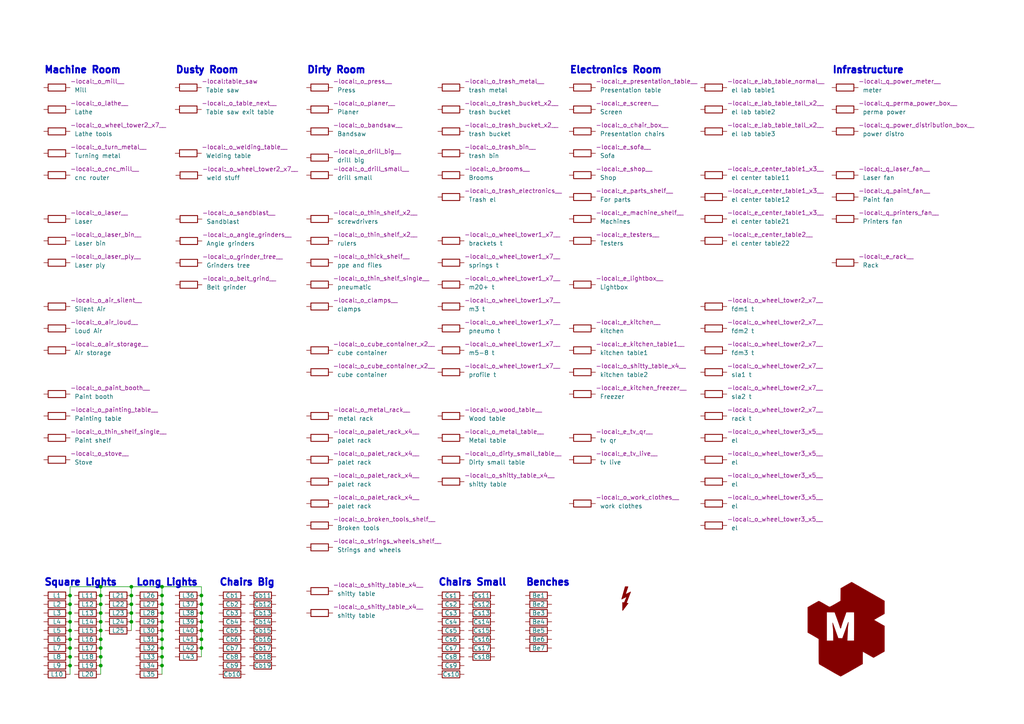
<source format=kicad_sch>
(kicad_sch (version 20211123) (generator eeschema)
  (paper "A4")
  (title_block (title "main") (date "2024-02-16") (rev "5.0") (company "makerspace.lt"))
  (lib_symbols
    (symbol "-local:LOGO_KMS" (pin_names (offset 1.016))
      (symbol "LOGO_KMS_0_0"
        (polyline (pts (xy 0.0117 -14.5438) (xy 0.1815 -14.4596) (xy 0.4733 -14.3044) (xy 0.8715 -14.0867) (xy 1.3602 -13.8153) (xy 1.924 -13.4987) (xy 2.5471 -13.1457) (xy 3.2139 -12.765) (xy 6.35 -10.9673) (xy 6.35 -9.1666) (xy 6.3501 -8.9706) (xy 6.3525 -8.4585) (xy 6.3574 -8.0174) (xy 6.3642 -7.6719) (xy 6.3725 -7.4466) (xy 6.382 -7.366) (xy 6.3931 -7.3705) (xy 6.5163 -7.4356) (xy 6.7572 -7.5687) (xy 7.0937 -7.7574) (xy 7.504 -7.9893) (xy 7.966 -8.2524) (xy 9.518 -9.1387) (xy 9.8784 -8.9373) (xy 9.9805 -8.8799) (xy 10.249 -8.728) (xy 10.6096 -8.5232) (xy 11.0278 -8.2852) (xy 11.4694 -8.0335) (xy 12.7 -7.331) (xy 12.7 0.0494) (xy 11.176 0.9196) (xy 11.0418 0.9963) (xy 10.5993 1.2512) (xy 10.2174 1.4738) (xy 9.9177 1.6515) (xy 9.722 1.7712) (xy 9.652 1.8203) (xy 9.6578 1.8264) (xy 9.7659 1.8969) (xy 9.9934 2.0344) (xy 10.3187 2.2262) (xy 10.7201 2.4593) (xy 11.176 2.721) (xy 12.7 3.5912) (xy 12.7 7.3263) (xy 8.3185 9.8382) (xy 7.6069 10.2461) (xy 6.8355 10.688) (xy 6.1113 11.1028) (xy 5.4483 11.4824) (xy 4.8609 11.8184) (xy 4.3634 12.1028) (xy 3.9699 12.3275) (xy 3.6948 12.4842) (xy 3.5523 12.5649) (xy 3.1677 12.7795) (xy 1.5789 11.8716) (xy -0.0098 10.9637) (xy -0.0424 7.3239) (xy -1.6087 6.4227) (xy -1.8975 6.2571) (xy -2.3649 5.9936) (xy -2.7164 5.8043) (xy -2.9709 5.68) (xy -3.1477 5.612) (xy -3.2658 5.5912) (xy -3.3444 5.6086) (xy -3.4618 5.6732) (xy -3.7025 5.8093) (xy -4.0377 6.0007) (xy -4.4409 6.2321) (xy -4.8855 6.4885) (xy -5.3221 6.7382) (xy -5.7113 6.9558) (xy -6.0282 7.1278) (xy -6.2482 7.2407) (xy -6.3467 7.2813) (xy -6.3645 7.2764) (xy -6.5062 7.2095) (xy -6.7636 7.0739) (xy -7.1139 6.8821) (xy -7.5342 6.6465) (xy -8.0018 6.3795) (xy -9.5674 5.4776) (xy -9.5674 4.0688) (xy -4.064 4.0688) (xy -1.7516 4.0216) (xy -1.1718 2.4553) (xy -1 1.9865) (xy -0.7964 1.4201) (xy -0.6059 0.8796) (xy -0.4442 0.409) (xy -0.3266 0.0527) (xy -0.2179 -0.2807) (xy -0.1159 -0.5429) (xy -0.0353 -0.6449) (xy 0.0378 -0.5883) (xy 0.1173 -0.3745) (xy 0.217 -0.005) (xy 0.2461 0.1011) (xy 0.3452 0.4246) (xy 0.4827 0.8444) (xy 0.6445 1.3178) (xy 0.8165 1.8022) (xy 0.8988 2.0297) (xy 1.0719 2.5096) (xy 1.232 2.9552) (xy 1.3642 3.325) (xy 1.4536 3.5771) (xy 1.6242 4.064) (xy 3.88 4.064) (xy 3.9085 3.0691) (xy 3.9135 2.811) (xy 3.9177 2.3699) (xy 3.9198 1.8095) (xy 3.9199 1.1571) (xy 3.9179 0.44) (xy 3.9139 -0.3146) (xy 3.908 -1.0795) (xy 3.879 -4.2334) (xy 1.9224 -4.2334) (xy 1.9748 -2.4342) (xy 1.9947 -1.8396) (xy 2.0364 -0.9704) (xy 2.0906 -0.2293) (xy 2.1593 0.4093) (xy 2.2446 0.971) (xy 2.262 1.0904) (xy 2.2529 1.171) (xy 2.1976 1.1001) (xy 2.0991 0.8842) (xy 1.9605 0.5295) (xy 1.7849 0.0423) (xy 1.7468 -0.0664) (xy 1.5718 -0.5599) (xy 1.3664 -1.1332) (xy 1.1532 -1.7235) (xy 0.9546 -2.2683) (xy 0.4799 -3.5629) (xy -0.1138 -3.5383) (xy -0.7074 -3.5137) (xy -0.9586 -2.8364) (xy -0.9612 -2.8292) (xy -1.0706 -2.529) (xy -1.2213 -2.1084) (xy -1.3998 -1.6058) (xy -1.5924 -1.0595) (xy -1.7856 -0.508) (xy -1.8442 -0.3408) (xy -2.0095 0.1196) (xy -2.1523 0.5018) (xy -2.2647 0.7852) (xy -2.3386 0.9493) (xy -2.3659 0.9736) (xy -2.3657 0.9477) (xy -2.3538 0.7623) (xy -2.3275 0.455) (xy -2.29 0.0619) (xy -2.2445 -0.381) (xy -2.2379 -0.4446) (xy -2.1912 -1.0068) (xy -2.1531 -1.6534) (xy -2.1273 -2.3095) (xy -2.1176 -2.8999) (xy -2.1167 -4.2334) (xy -4.064 -4.2334) (xy -4.064 4.0688) (xy -9.5674 4.0688) (xy -9.5674 -1.8386) (xy -8.1915 -2.6257) (xy -7.7716 -2.8672) (xy -7.3526 -3.111) (xy -6.9963 -3.3211) (xy -6.7308 -3.4809) (xy -6.5844 -3.5738) (xy -6.353 -3.7348) (xy -6.3529 -7.3454) (xy -6.3527 -7.7944) (xy -6.3506 -8.6376) (xy -6.346 -9.3299) (xy -6.3386 -9.8839) (xy -6.3279 -10.3121) (xy -6.3136 -10.6272) (xy -6.2954 -10.8417) (xy -6.2729 -10.9682) (xy -6.2456 -11.0192) (xy -6.2238 -11.0319) (xy -6.0739 -11.1186) (xy -5.8 -11.2769) (xy -5.4182 -11.4974) (xy -4.9445 -11.7709) (xy -4.3949 -12.0881) (xy -3.7856 -12.4397) (xy -3.1327 -12.8164) (xy -2.8568 -12.9754) (xy -2.2209 -13.34) (xy -1.6355 -13.6733) (xy -1.1165 -13.9663) (xy -0.6799 -14.2101) (xy -0.3417 -14.3958) (xy -0.1179 -14.5142) (xy -0.0246 -14.5566) (xy 0.0117 -14.5438)) (stroke (width 0.01)) (fill (type outline)))
      )
    )
    (symbol "Device:R" (pin_numbers hide) (pin_names (offset 0) hide)
      (property "Reference" "R" (at 2.032 0 90))
      (property "Value" "R" (at 0 0 90))
      (symbol "R_0_1"
        (rectangle (start -1.016 -2.54) (end 1.016 2.54) (stroke (width 0.254)))
      )
      (symbol "R_1_1"
        (pin passive line (at 0 3.81 270) (length 1.27) (name "~") (number "1"))
        (pin passive line (at 0 -3.81 90) (length 1.27) (name "~") (number "2"))
      )
    )
    (symbol "Graphic:SYM_Flash_Small" (pin_numbers hide) (pin_names (offset 1.016) hide)
      (symbol "SYM_Flash_Small_0_1"
        (polyline (pts (xy 0.508 -1.016) (xy -1.016 -0.762) (xy -1.016 -3.048) (xy 0.508 -1.016)) (stroke (width 0.2032)) (fill (type outline)))
        (polyline (pts (xy -0.254 3.81) (xy 0.508 3.81) (xy -0.254 1.524) (xy 1.27 2.286) (xy 0 -1.016) (xy -0.508 -0.762) (xy 0.254 1.016) (xy -1.27 0.254) (xy -0.254 3.81)) (stroke (width 0.2032)) (fill (type outline)))
      )
    )
  )
  (junction (at 58.42 180.34))
  (junction (at 46.99 182.88))
  (junction (at 46.99 177.8))
  (junction (at 58.42 182.88))
  (junction (at 58.42 187.96))
  (junction (at 20.32 177.8))
  (junction (at 46.99 185.42))
  (junction (at 46.99 175.26))
  (junction (at 58.42 172.72))
  (junction (at 20.32 185.42))
  (junction (at 29.21 180.34))
  (junction (at 46.99 180.34))
  (junction (at 20.32 187.96))
  (junction (at 58.42 185.42))
  (junction (at 20.32 182.88))
  (junction (at 46.99 187.96))
  (junction (at 46.99 172.72))
  (junction (at 46.99 193.04))
  (junction (at 29.21 177.8))
  (junction (at 20.32 175.26))
  (junction (at 29.21 187.96))
  (junction (at 29.21 170.18))
  (junction (at 29.21 172.72))
  (junction (at 46.99 190.5))
  (junction (at 38.1 175.26))
  (junction (at 29.21 185.42))
  (junction (at 20.32 172.72))
  (junction (at 38.1 177.8))
  (junction (at 20.32 190.5))
  (junction (at 29.21 193.04))
  (junction (at 20.32 193.04))
  (junction (at 38.1 180.34))
  (junction (at 20.32 180.34))
  (junction (at 29.21 182.88))
  (junction (at 29.21 175.26))
  (junction (at 58.42 175.26))
  (junction (at 29.21 190.5))
  (junction (at 58.42 177.8))
  (junction (at 38.1 170.18))
  (junction (at 46.99 170.18))
  (junction (at 38.1 172.72))
  (wire (pts (xy 58.42 187.96) (xy 58.42 190.5)))
  (wire (pts (xy 46.99 172.72) (xy 46.99 175.26)))
  (wire (pts (xy 38.1 180.34) (xy 38.1 182.88)))
  (wire (pts (xy 46.99 185.42) (xy 46.99 187.96)))
  (wire (pts (xy 29.21 185.42) (xy 29.21 187.96)))
  (wire (pts (xy 58.42 185.42) (xy 58.42 187.96)))
  (wire (pts (xy 29.21 180.34) (xy 29.21 182.88)))
  (wire (pts (xy 38.1 172.72) (xy 38.1 175.26)))
  (wire (pts (xy 20.32 175.26) (xy 20.32 177.8)))
  (wire (pts (xy 46.99 180.34) (xy 46.99 182.88)))
  (wire (pts (xy 46.99 177.8) (xy 46.99 180.34)))
  (wire (pts (xy 38.1 175.26) (xy 38.1 177.8)))
  (wire (pts (xy 38.1 170.18) (xy 29.21 170.18)))
  (wire (pts (xy 58.42 175.26) (xy 58.42 177.8)))
  (wire (pts (xy 20.32 177.8) (xy 20.32 180.34)))
  (wire (pts (xy 46.99 190.5) (xy 46.99 193.04)))
  (wire (pts (xy 29.21 172.72) (xy 29.21 175.26)))
  (wire (pts (xy 29.21 170.18) (xy 20.32 170.18)))
  (wire (pts (xy 46.99 193.04) (xy 46.99 195.58)))
  (wire (pts (xy 46.99 182.88) (xy 46.99 185.42)))
  (wire (pts (xy 46.99 187.96) (xy 46.99 190.5)))
  (wire (pts (xy 29.21 190.5) (xy 29.21 193.04)))
  (wire (pts (xy 46.99 170.18) (xy 58.42 170.18)))
  (wire (pts (xy 46.99 170.18) (xy 46.99 172.72)))
  (wire (pts (xy 58.42 177.8) (xy 58.42 180.34)))
  (wire (pts (xy 20.32 187.96) (xy 20.32 190.5)))
  (wire (pts (xy 29.21 175.26) (xy 29.21 177.8)))
  (wire (pts (xy 38.1 170.18) (xy 46.99 170.18)))
  (wire (pts (xy 29.21 182.88) (xy 29.21 185.42)))
  (wire (pts (xy 20.32 193.04) (xy 20.32 195.58)))
  (wire (pts (xy 29.21 187.96) (xy 29.21 190.5)))
  (wire (pts (xy 20.32 182.88) (xy 20.32 185.42)))
  (wire (pts (xy 58.42 172.72) (xy 58.42 170.18)))
  (wire (pts (xy 20.32 190.5) (xy 20.32 193.04)))
  (wire (pts (xy 58.42 182.88) (xy 58.42 185.42)))
  (wire (pts (xy 58.42 172.72) (xy 58.42 175.26)))
  (wire (pts (xy 46.99 175.26) (xy 46.99 177.8)))
  (wire (pts (xy 20.32 180.34) (xy 20.32 182.88)))
  (wire (pts (xy 29.21 177.8) (xy 29.21 180.34)))
  (wire (pts (xy 58.42 180.34) (xy 58.42 182.88)))
  (wire (pts (xy 20.32 170.18) (xy 20.32 172.72)))
  (wire (pts (xy 29.21 172.72) (xy 29.21 170.18)))
  (wire (pts (xy 38.1 177.8) (xy 38.1 180.34)))
  (wire (pts (xy 38.1 172.72) (xy 38.1 170.18)))
  (wire (pts (xy 20.32 172.72) (xy 20.32 175.26)))
  (wire (pts (xy 20.32 185.42) (xy 20.32 187.96)))
  (wire (pts (xy 29.21 193.04) (xy 29.21 195.58)))
  (text "Electronics Room" (at 165.1 21.59 0) (effects (font (size 2 2) (thickness 0.6) bold) (justify left bottom)))
  (text "Square Lights" (at 12.7 170.18 0) (effects (font (size 2 2) (thickness 0.6) bold) (justify left bottom)))
  (text "Benches" (at 152.4 170.18 0) (effects (font (size 2 2) (thickness 0.6) bold) (justify left bottom)))
  (text "Infrastructure" (at 241.3 21.59 0) (effects (font (size 2 2) (thickness 0.6) bold) (justify left bottom)))
  (text "Dirty Room" (at 88.9 21.59 0) (effects (font (size 2 2) (thickness 0.6) bold) (justify left bottom)))
  (text "Long Lights" (at 39.37 170.18 0) (effects (font (size 2 2) (thickness 0.6) bold) (justify left bottom)))
  (text "Chairs Small" (at 127 170.18 0) (effects (font (size 2 2) (thickness 0.6) bold) (justify left bottom)))
  (text "Chairs Big" (at 63.5 170.18 0) (effects (font (size 2 2) (thickness 0.6) bold) (justify left bottom)))
  (text "Dusty Room" (at 50.8 21.59 0) (effects (font (size 2 2) (thickness 0.6) bold) (justify left bottom)))
  (text "Machine Room" (at 12.7 21.59 0) (effects (font (size 2 2) (thickness 0.6) bold) (justify left bottom)))
  (symbol (lib_id "Device:R") (at 207.01 95.25 270) (unit 1)
    (property "Reference" "R86" (effects hide))
    (property "Value" "fdm2 t" (at 212.09 95.25 90) (effects (justify left top)))
    (property "Footprint" "-local:_o_wheel_tower2_x7__" (at 210.82 92.71 90) (effects (justify left top)))
  )
  (symbol (lib_id "Device:R") (at 139.7 185.42 270) (unit 1)
    (property "Reference" "Cs16" (at 139.7 185.42 90))
    (property "Value" "chair s" (effects hide))
    (property "Footprint" "-local:chair_small" (effects hide))
  )
  (symbol (lib_id "Device:R") (at 92.71 45.72 270) (unit 1)
    (property "Reference" "R27" (effects hide))
    (property "Value" "drill big" (at 97.79 45.72 90) (effects (justify left top)))
    (property "Footprint" "-local:_o_drill_big__" (at 96.52 43.18 90) (effects (justify left top)))
  )
  (symbol (lib_id "Device:R") (at 168.91 101.6 270) (unit 1)
    (property "Reference" "R72" (effects hide))
    (property "Value" "kitchen table1" (at 173.99 101.6 90) (effects (justify left top)))
    (property "Footprint" "-local:_e_kitchen_table1__" (at 172.72 99.06 90) (effects (justify left top)))
  )
  (symbol (lib_id "Device:R") (at 67.31 175.26 270) (unit 1)
    (property "Reference" "Cb2" (at 67.31 175.26 90))
    (property "Value" "chair big" (effects hide))
    (property "Footprint" "-local:chair_big" (effects hide))
  )
  (symbol (lib_id "Device:R") (at 16.51 69.85 270) (unit 1)
    (property "Reference" "R7" (effects hide))
    (property "Value" "Laser bin" (at 21.59 69.85 90) (effects (justify left top)))
    (property "Footprint" "-local:_o_laser_bin__" (at 20.32 67.31 90) (effects (justify left top)))
  )
  (symbol (lib_id "Device:R") (at 168.91 57.15 270) (unit 1)
    (property "Reference" "R67" (effects hide))
    (property "Value" "For parts" (at 173.99 57.15 90) (effects (justify left top)))
    (property "Footprint" "-local:_e_parts_shelf__" (at 172.72 54.61 90) (effects (justify left top)))
  )
  (symbol (lib_id "Device:R") (at 92.71 63.5 270) (unit 1)
    (property "Reference" "R29" (effects hide))
    (property "Value" "screwdrivers" (at 97.79 63.5 90) (effects (justify left top)))
    (property "Footprint" "-local:_o_thin_shelf_x2__" (at 96.52 60.96 90) (effects (justify left top)))
  )
  (symbol (lib_id "Device:R") (at 16.51 95.25 270) (unit 1)
    (property "Reference" "R10" (effects hide))
    (property "Value" "Loud Air" (at 21.59 95.25 90) (effects (justify left top)))
    (property "Footprint" "-local:_o_air_loud__" (at 20.32 92.71 90) (effects (justify left top)))
  )
  (symbol (lib_id "Device:R") (at 130.81 95.25 270) (unit 1)
    (property "Reference" "R55" (effects hide))
    (property "Value" "pneumo t" (at 135.89 95.25 90) (effects (justify left top)))
    (property "Footprint" "-local:_o_wheel_tower1_x7__" (at 134.62 92.71 90) (effects (justify left top)))
  )
  (symbol (lib_id "Device:R") (at 245.11 38.1 270) (unit 1)
    (property "Reference" "R98" (effects hide))
    (property "Value" "power distro" (at 250.19 38.1 90) (effects (justify left top)))
    (property "Footprint" "-local:_q_power_distribution_box__" (at 248.92 35.56 90) (effects (justify left top)))
  )
  (symbol (lib_id "Device:R") (at 168.91 25.4 270) (unit 1)
    (property "Reference" "R62" (effects hide))
    (property "Value" "Presentation table" (at 173.99 25.4 90) (effects (justify left top)))
    (property "Footprint" "-local:_e_presentation_table__" (at 172.72 22.86 90) (effects (justify left top)))
  )
  (symbol (lib_id "Device:R") (at 130.81 193.04 270) (unit 1)
    (property "Reference" "Cs9" (at 130.81 193.04 90))
    (property "Value" "chair s" (effects hide))
    (property "Footprint" "-local:chair_small" (effects hide))
  )
  (symbol (lib_id "Device:R") (at 156.21 175.26 270) (unit 1)
    (property "Reference" "Be2" (at 156.21 175.26 90))
    (property "Value" "bench" (effects hide))
    (property "Footprint" "-local:_e_bench_x7__" (effects hide))
  )
  (symbol (lib_id "Device:R") (at 92.71 25.4 270) (unit 1)
    (property "Reference" "R24" (effects hide))
    (property "Value" "Press" (at 97.79 25.4 90) (effects (justify left top)))
    (property "Footprint" "-local:_o_press__" (at 96.52 22.86 90) (effects (justify left top)))
  )
  (symbol (lib_id "Device:R") (at 25.4 180.34 270) (unit 1)
    (property "Reference" "L14" (at 25.4 180.34 90))
    (property "Value" "light" (effects hide))
    (property "Footprint" "-local:light_square" (effects hide))
  )
  (symbol (lib_id "Device:R") (at 156.21 187.96 270) (unit 1)
    (property "Reference" "Be7" (at 156.21 187.96 90))
    (property "Value" "bench" (effects hide))
    (property "Footprint" "-local:_e_bench_x7__" (effects hide))
  )
  (symbol (lib_id "Device:R") (at 168.91 127 270) (unit 1)
    (property "Reference" "R75" (effects hide))
    (property "Value" "tv qr" (at 173.99 127 90) (effects (justify left top)))
    (property "Footprint" "-local:_e_tv_qr__" (at 172.72 124.46 90) (effects (justify left top)))
  )
  (symbol (lib_id "Graphic:SYM_Flash_Small") (at 181.61 173.99 0) (unit 1) (in_bom no)
    (property "Reference" "Main_Base_1" (effects hide))
    (property "Value" "Main Base" (effects hide))
    (property "Footprint" "-local:base_main" (effects hide))
  )
  (symbol (lib_id "Device:R") (at 92.71 152.4 270) (unit 1)
    (property "Reference" "R41" (effects hide))
    (property "Value" "Broken tools" (at 97.79 152.4 90) (effects (justify left top)))
    (property "Footprint" "-local:_o_broken_tools_shelf__" (at 96.52 149.86 90) (effects (justify left top)))
  )
  (symbol (lib_id "Device:R") (at 207.01 69.85 270) (unit 1)
    (property "Reference" "R84" (effects hide))
    (property "Value" "el center table22" (at 212.09 69.85 90) (effects (justify left top)))
    (property "Footprint" "-local:_e_center_table2__" (at 210.82 67.31 90) (effects (justify left top)))
  )
  (symbol (lib_id "Device:R") (at 207.01 107.95 270) (unit 1)
    (property "Reference" "R88" (effects hide))
    (property "Value" "sla1 t" (at 212.09 107.95 90) (effects (justify left top)))
    (property "Footprint" "-local:_o_wheel_tower2_x7__" (at 210.82 105.41 90) (effects (justify left top)))
  )
  (symbol (lib_id "Device:R") (at 207.01 25.4 270) (unit 1)
    (property "Reference" "R78" (effects hide))
    (property "Value" "el lab table1" (at 212.09 25.4 90) (effects (justify left top)))
    (property "Footprint" "-local:_e_lab_table_normal__" (at 210.82 22.86 90) (effects (justify left top)))
  )
  (symbol (lib_id "Device:R") (at 54.7725 82.5935 270) (unit 1)
    (property "Reference" "R23" (effects hide))
    (property "Value" "Belt grinder" (at 59.8525 82.5935 90) (effects (justify left top)))
    (property "Footprint" "-local:_o_belt_grind__" (at 58.5825 80.0535 90) (effects (justify left top)))
  )
  (symbol (lib_id "Device:R") (at 139.7 182.88 270) (unit 1)
    (property "Reference" "Cs15" (at 139.7 182.88 90))
    (property "Value" "chair s" (effects hide))
    (property "Footprint" "-local:chair_small" (effects hide))
  )
  (symbol (lib_id "Device:R") (at 168.91 50.8 270) (unit 1)
    (property "Reference" "R66" (effects hide))
    (property "Value" "Shop" (at 173.99 50.8 90) (effects (justify left top)))
    (property "Footprint" "-local:_e_shop__" (at 172.72 48.26 90) (effects (justify left top)))
  )
  (symbol (lib_id "Device:R") (at 54.61 31.75 270) (unit 1)
    (property "Reference" "R17" (effects hide))
    (property "Value" "Table saw exit table" (at 59.69 31.75 90) (effects (justify left top)))
    (property "Footprint" "-local:_o_table_next__" (at 58.42 29.21 90) (effects (justify left top)))
  )
  (symbol (lib_id "Device:R") (at 130.81 38.1 270) (unit 1)
    (property "Reference" "R47" (effects hide))
    (property "Value" "trash bucket" (at 135.89 38.1 90) (effects (justify left top)))
    (property "Footprint" "-local:_o_trash_bucket_x2__" (at 134.62 35.56 90) (effects (justify left top)))
  )
  (symbol (lib_id "Device:R") (at 76.2 182.88 270) (unit 1)
    (property "Reference" "Cb15" (at 76.2 182.88 90))
    (property "Value" "chair big" (effects hide))
    (property "Footprint" "-local:chair_big" (effects hide))
  )
  (symbol (lib_id "Device:R") (at 139.7 180.34 270) (unit 1)
    (property "Reference" "Cs14" (at 139.7 180.34 90))
    (property "Value" "chair s" (effects hide))
    (property "Footprint" "-local:chair_small" (effects hide))
  )
  (symbol (lib_id "Device:R") (at 207.01 50.8 270) (unit 1)
    (property "Reference" "R81" (effects hide))
    (property "Value" "el center table11" (at 212.09 50.8 90) (effects (justify left top)))
    (property "Footprint" "-local:_e_center_table1_x3__" (at 210.82 48.26 90) (effects (justify left top)))
  )
  (symbol (lib_id "Device:R") (at 54.61 185.42 270) (unit 1)
    (property "Reference" "L41" (at 54.61 185.42 90))
    (property "Value" "light" (effects hide))
    (property "Footprint" "-local:light_long" (effects hide))
  )
  (symbol (lib_id "Device:R") (at 54.61 25.4 270) (unit 1)
    (property "Reference" "R16" (effects hide))
    (property "Value" "Table saw" (at 59.69 25.4 90) (effects (justify left top)))
    (property "Footprint" "-local:table_saw" (at 58.42 22.86 90) (effects (justify left top)))
  )
  (symbol (lib_id "Device:R") (at 130.81 172.72 270) (unit 1)
    (property "Reference" "Cs1" (at 130.81 172.72 90))
    (property "Value" "chair s" (effects hide))
    (property "Footprint" "-local:chair_small" (effects hide))
  )
  (symbol (lib_id "Device:R") (at 16.51 88.9 270) (unit 1)
    (property "Reference" "R9" (effects hide))
    (property "Value" "Silent Air" (at 21.59 88.9 90) (effects (justify left top)))
    (property "Footprint" "-local:_o_air_silent__" (at 20.32 86.36 90) (effects (justify left top)))
  )
  (symbol (lib_id "-local:LOGO_KMS") (at 243.84 181.61 0) (unit 1) (in_bom no)
    (property "Reference" "G1" (effects hide))
    (property "Value" "LOGO_KMS" (effects hide))
    (property "Footprint" "-local:logo_kms_small_silkscreen" (effects hide))
    (property "jlc-part-type" "-" (effects hide))
  )
  (symbol (lib_id "Device:R") (at 156.21 180.34 270) (unit 1)
    (property "Reference" "Be4" (at 156.21 180.34 90))
    (property "Value" "bench" (effects hide))
    (property "Footprint" "-local:_e_bench_x7__" (effects hide))
  )
  (symbol (lib_id "Device:R") (at 16.51 185.42 270) (unit 1)
    (property "Reference" "L6" (at 16.51 185.42 90))
    (property "Value" "light" (effects hide))
    (property "Footprint" "-local:light_square" (effects hide))
  )
  (symbol (lib_id "Device:R") (at 16.51 133.35 270) (unit 1)
    (property "Reference" "R15" (effects hide))
    (property "Value" "Stove" (at 21.59 133.35 90) (effects (justify left top)))
    (property "Footprint" "-local:_o_stove__" (at 20.32 130.81 90) (effects (justify left top)))
  )
  (symbol (lib_id "Device:R") (at 16.51 101.6 270) (unit 1)
    (property "Reference" "R11" (effects hide))
    (property "Value" "Air storage" (at 21.59 101.6 90) (effects (justify left top)))
    (property "Footprint" "-local:_o_air_storage__" (at 20.32 99.06 90) (effects (justify left top)))
  )
  (symbol (lib_id "Device:R") (at 43.18 172.72 270) (unit 1)
    (property "Reference" "L26" (at 43.18 172.72 90))
    (property "Value" "light" (effects hide))
    (property "Footprint" "-local:light_long" (effects hide))
  )
  (symbol (lib_id "Device:R") (at 92.71 158.75 270) (unit 1)
    (property "Reference" "R42" (effects hide))
    (property "Value" "Strings and wheels" (at 97.79 158.75 90) (effects (justify left top)))
    (property "Footprint" "-local:_o_strings_wheels_shelf__" (at 96.52 156.21 90) (effects (justify left top)))
  )
  (symbol (lib_id "Device:R") (at 207.01 133.35 270) (unit 1)
    (property "Reference" "R92" (effects hide))
    (property "Value" "el" (at 212.09 133.35 90) (effects (justify left top)))
    (property "Footprint" "-local:_o_wheel_tower3_x5__" (at 210.82 130.81 90) (effects (justify left top)))
  )
  (symbol (lib_id "Device:R") (at 168.91 82.55 270) (unit 1)
    (property "Reference" "R70" (effects hide))
    (property "Value" "Lightbox" (at 173.99 82.55 90) (effects (justify left top)))
    (property "Footprint" "-local:_e_lightbox__" (at 172.72 80.01 90) (effects (justify left top)))
  )
  (symbol (lib_id "Device:R") (at 207.01 38.1 270) (unit 1)
    (property "Reference" "R80" (effects hide))
    (property "Value" "el lab table3" (at 212.09 38.1 90) (effects (justify left top)))
    (property "Footprint" "-local:_e_lab_table_tall_x2__" (at 210.82 35.56 90) (effects (justify left top)))
  )
  (symbol (lib_id "Device:R") (at 34.29 177.8 270) (unit 1)
    (property "Reference" "L23" (at 34.29 177.8 90))
    (property "Value" "light" (effects hide))
    (property "Footprint" "-local:light_square" (effects hide))
  )
  (symbol (lib_id "Device:R") (at 25.4 177.8 270) (unit 1)
    (property "Reference" "L13" (at 25.4 177.8 90))
    (property "Value" "light" (effects hide))
    (property "Footprint" "-local:light_square" (effects hide))
  )
  (symbol (lib_id "Device:R") (at 92.71 31.75 270) (unit 1)
    (property "Reference" "R25" (effects hide))
    (property "Value" "Planer" (at 97.79 31.75 90) (effects (justify left top)))
    (property "Footprint" "-local:_o_planer__" (at 96.52 29.21 90) (effects (justify left top)))
  )
  (symbol (lib_id "Device:R") (at 130.81 101.6 270) (unit 1)
    (property "Reference" "R56" (effects hide))
    (property "Value" "m5-8 t" (at 135.89 101.6 90) (effects (justify left top)))
    (property "Footprint" "-local:_o_wheel_tower1_x7__" (at 134.62 99.06 90) (effects (justify left top)))
  )
  (symbol (lib_id "Device:R") (at 207.01 152.4 270) (unit 1)
    (property "Reference" "R95" (effects hide))
    (property "Value" "el" (at 212.09 152.4 90) (effects (justify left top)))
    (property "Footprint" "-local:_o_wheel_tower3_x5__" (at 210.82 149.86 90) (effects (justify left top)))
  )
  (symbol (lib_id "Device:R") (at 16.51 114.3 270) (unit 1)
    (property "Reference" "R12" (effects hide))
    (property "Value" "Paint booth" (at 21.59 114.3 90) (effects (justify left top)))
    (property "Footprint" "-local:_o_paint_booth__" (at 20.32 111.76 90) (effects (justify left top)))
  )
  (symbol (lib_id "Device:R") (at 34.29 172.72 270) (unit 1)
    (property "Reference" "L21" (at 34.29 172.72 90))
    (property "Value" "light" (effects hide))
    (property "Footprint" "-local:light_square" (effects hide))
  )
  (symbol (lib_id "Device:R") (at 207.01 31.75 270) (unit 1)
    (property "Reference" "R79" (effects hide))
    (property "Value" "el lab table2" (at 212.09 31.75 90) (effects (justify left top)))
    (property "Footprint" "-local:_e_lab_table_tall_x2__" (at 210.82 29.21 90) (effects (justify left top)))
  )
  (symbol (lib_id "Device:R") (at 156.21 185.42 270) (unit 1)
    (property "Reference" "Be6" (at 156.21 185.42 90))
    (property "Value" "bench" (effects hide))
    (property "Footprint" "-local:_e_bench_x7__" (effects hide))
  )
  (symbol (lib_id "Device:R") (at 130.81 190.5 270) (unit 1)
    (property "Reference" "Cs8" (at 130.81 190.5 90))
    (property "Value" "chair s" (effects hide))
    (property "Footprint" "-local:chair_small" (effects hide))
  )
  (symbol (lib_id "Device:R") (at 168.91 63.5 270) (unit 1)
    (property "Reference" "R68" (effects hide))
    (property "Value" "Machines" (at 173.99 63.5 90) (effects (justify left top)))
    (property "Footprint" "-local:_e_machine_shelf__" (at 172.72 60.96 90) (effects (justify left top)))
  )
  (symbol (lib_id "Device:R") (at 76.2 185.42 270) (unit 1)
    (property "Reference" "Cb16" (at 76.2 185.42 90))
    (property "Value" "chair big" (effects hide))
    (property "Footprint" "-local:chair_big" (effects hide))
  )
  (symbol (lib_id "Device:R") (at 207.01 146.05 270) (unit 1)
    (property "Reference" "R94" (effects hide))
    (property "Value" "el" (at 212.09 146.05 90) (effects (justify left top)))
    (property "Footprint" "-local:_o_wheel_tower3_x5__" (at 210.82 143.51 90) (effects (justify left top)))
  )
  (symbol (lib_id "Device:R") (at 207.01 127 270) (unit 1)
    (property "Reference" "R91" (effects hide))
    (property "Value" "el" (at 212.09 127 90) (effects (justify left top)))
    (property "Footprint" "-local:_o_wheel_tower3_x5__" (at 210.82 124.46 90) (effects (justify left top)))
  )
  (symbol (lib_id "Device:R") (at 92.71 133.35 270) (unit 1)
    (property "Reference" "R38" (effects hide))
    (property "Value" "palet rack" (at 97.79 133.35 90) (effects (justify left top)))
    (property "Footprint" "-local:_o_palet_rack_x4__" (at 96.52 130.81 90) (effects (justify left top)))
  )
  (symbol (lib_id "Device:R") (at 130.81 133.35 270) (unit 1)
    (property "Reference" "R60" (effects hide))
    (property "Value" "Dirty small table" (at 135.89 133.35 90) (effects (justify left top)))
    (property "Footprint" "-local:_o_dirty_small_table__" (at 134.62 130.81 90) (effects (justify left top)))
  )
  (symbol (lib_id "Device:R") (at 34.29 182.88 270) (unit 1)
    (property "Reference" "L25" (at 34.29 182.88 90))
    (property "Value" "light" (effects hide))
    (property "Footprint" "-local:light_square" (effects hide))
  )
  (symbol (lib_id "Device:R") (at 156.21 182.88 270) (unit 1)
    (property "Reference" "Be5" (at 156.21 182.88 90))
    (property "Value" "bench" (effects hide))
    (property "Footprint" "-local:_e_bench_x7__" (effects hide))
  )
  (symbol (lib_id "Device:R") (at 139.7 190.5 270) (unit 1)
    (property "Reference" "Cs18" (at 139.7 190.5 90))
    (property "Value" "chair s" (effects hide))
    (property "Footprint" "-local:chair_small" (effects hide))
  )
  (symbol (lib_id "Device:R") (at 76.2 190.5 270) (unit 1)
    (property "Reference" "Cb18" (at 76.2 190.5 90))
    (property "Value" "chair big" (effects hide))
    (property "Footprint" "-local:chair_big" (effects hide))
  )
  (symbol (lib_id "Device:R") (at 54.61 172.72 270) (unit 1)
    (property "Reference" "L36" (at 54.61 172.72 90))
    (property "Value" "light" (effects hide))
    (property "Footprint" "-local:light_long" (effects hide))
  )
  (symbol (lib_id "Device:R") (at 92.71 146.05 270) (unit 1)
    (property "Reference" "R40" (effects hide))
    (property "Value" "palet rack" (at 97.79 146.05 90) (effects (justify left top)))
    (property "Footprint" "-local:_o_palet_rack_x4__" (at 96.52 143.51 90) (effects (justify left top)))
  )
  (symbol (lib_id "Device:R") (at 25.4 195.58 270) (unit 1)
    (property "Reference" "L20" (at 25.4 195.58 90))
    (property "Value" "light" (effects hide))
    (property "Footprint" "-local:light_square" (effects hide))
  )
  (symbol (lib_id "Device:R") (at 92.71 101.6 270) (unit 1)
    (property "Reference" "R34" (effects hide))
    (property "Value" "cube container" (at 97.79 101.6 90) (effects (justify left top)))
    (property "Footprint" "-local:_o_cube_container_x2__" (at 96.52 99.06 90) (effects (justify left top)))
  )
  (symbol (lib_id "Device:R") (at 130.81 69.85 270) (unit 1)
    (property "Reference" "R51" (effects hide))
    (property "Value" "brackets t" (at 135.89 69.85 90) (effects (justify left top)))
    (property "Footprint" "-local:_o_wheel_tower1_x7__" (at 134.62 67.31 90) (effects (justify left top)))
  )
  (symbol (lib_id "Device:R") (at 54.7725 63.5435 270) (unit 1)
    (property "Reference" "R20" (effects hide))
    (property "Value" "Sandblast" (at 59.8525 63.5435 90) (effects (justify left top)))
    (property "Footprint" "-local:_o_sandblast__" (at 58.5825 61.0035 90) (effects (justify left top)))
  )
  (symbol (lib_id "Device:R") (at 130.81 195.58 270) (unit 1)
    (property "Reference" "Cs10" (at 130.81 195.58 90))
    (property "Value" "chair s" (effects hide))
    (property "Footprint" "-local:chair_small" (effects hide))
  )
  (symbol (lib_id "Device:R") (at 139.7 172.72 270) (unit 1)
    (property "Reference" "Cs11" (at 139.7 172.72 90))
    (property "Value" "chair s" (effects hide))
    (property "Footprint" "-local:chair_small" (effects hide))
  )
  (symbol (lib_id "Device:R") (at 130.81 25.4 270) (unit 1)
    (property "Reference" "R45" (effects hide))
    (property "Value" "trash metal" (at 135.89 25.4 90) (effects (justify left top)))
    (property "Footprint" "-local:_o_trash_metal__" (at 134.62 22.86 90) (effects (justify left top)))
  )
  (symbol (lib_id "Device:R") (at 43.18 175.26 270) (unit 1)
    (property "Reference" "L27" (at 43.18 175.26 90))
    (property "Value" "light" (effects hide))
    (property "Footprint" "-local:light_long" (effects hide))
  )
  (symbol (lib_id "Device:R") (at 54.61 190.5 270) (unit 1)
    (property "Reference" "L43" (at 54.61 190.5 90))
    (property "Value" "light" (effects hide))
    (property "Footprint" "-local:light_long" (effects hide))
  )
  (symbol (lib_id "Device:R") (at 92.71 38.1 270) (unit 1)
    (property "Reference" "R26" (effects hide))
    (property "Value" "Bandsaw" (at 97.79 38.1 90) (effects (justify left top)))
    (property "Footprint" "-local:_o_bandsaw__" (at 96.52 35.56 90) (effects (justify left top)))
  )
  (symbol (lib_id "Device:R") (at 16.51 127 270) (unit 1)
    (property "Reference" "R14" (effects hide))
    (property "Value" "Paint shelf" (at 21.59 127 90) (effects (justify left top)))
    (property "Footprint" "-local:_o_thin_shelf_single__" (at 20.32 124.46 90) (effects (justify left top)))
    (property "new" "yes" (effects hide))
  )
  (symbol (lib_id "Device:R") (at 168.91 38.1 270) (unit 1)
    (property "Reference" "R64" (effects hide))
    (property "Value" "Presentation chairs" (at 173.99 38.1 90) (effects (justify left top)))
    (property "Footprint" "-local:_o_chair_box__" (at 172.72 35.56 90) (effects (justify left top)))
  )
  (symbol (lib_id "Device:R") (at 25.4 175.26 270) (unit 1)
    (property "Reference" "L12" (at 25.4 175.26 90))
    (property "Value" "light" (effects hide))
    (property "Footprint" "-local:light_square" (effects hide))
  )
  (symbol (lib_id "Device:R") (at 16.51 175.26 270) (unit 1)
    (property "Reference" "L2" (at 16.51 175.26 90))
    (property "Value" "light" (effects hide))
    (property "Footprint" "-local:light_square" (effects hide))
  )
  (symbol (lib_id "Device:R") (at 16.51 190.5 270) (unit 1)
    (property "Reference" "L8" (at 16.51 190.5 90))
    (property "Value" "light" (effects hide))
    (property "Footprint" "-local:light_square" (effects hide))
  )
  (symbol (lib_id "Device:R") (at 16.51 187.96 270) (unit 1)
    (property "Reference" "L7" (at 16.51 187.96 90))
    (property "Value" "light" (effects hide))
    (property "Footprint" "-local:light_square" (effects hide))
  )
  (symbol (lib_id "Device:R") (at 43.18 190.5 270) (unit 1)
    (property "Reference" "L33" (at 43.18 190.5 90))
    (property "Value" "light" (effects hide))
    (property "Footprint" "-local:light_long" (effects hide))
  )
  (symbol (lib_id "Device:R") (at 139.7 177.8 270) (unit 1)
    (property "Reference" "Cs13" (at 139.7 177.8 90))
    (property "Value" "chair s" (effects hide))
    (property "Footprint" "-local:chair_small" (effects hide))
  )
  (symbol (lib_id "Device:R") (at 76.2 193.04 270) (unit 1)
    (property "Reference" "Cb19" (at 76.2 193.04 90))
    (property "Value" "chair big" (effects hide))
    (property "Footprint" "-local:chair_big" (effects hide))
  )
  (symbol (lib_id "Device:R") (at 168.91 146.05 270) (unit 1)
    (property "Reference" "R77" (effects hide))
    (property "Value" "work clothes" (at 173.99 146.05 90) (effects (justify left top)))
    (property "Footprint" "-local:_o_work_clothes__" (at 172.72 143.51 90) (effects (justify left top)))
  )
  (symbol (lib_id "Device:R") (at 92.71 107.95 270) (unit 1)
    (property "Reference" "R35" (effects hide))
    (property "Value" "cube container" (at 97.79 107.95 90) (effects (justify left top)))
    (property "Footprint" "-local:_o_cube_container_x2__" (at 96.52 105.41 90) (effects (justify left top)))
  )
  (symbol (lib_id "Device:R") (at 207.01 139.7 270) (unit 1)
    (property "Reference" "R93" (effects hide))
    (property "Value" "el" (at 212.09 139.7 90) (effects (justify left top)))
    (property "Footprint" "-local:_o_wheel_tower3_x5__" (at 210.82 137.16 90) (effects (justify left top)))
  )
  (symbol (lib_id "Device:R") (at 67.31 193.04 270) (unit 1)
    (property "Reference" "Cb9" (at 67.31 193.04 90))
    (property "Value" "chair big" (effects hide))
    (property "Footprint" "-local:chair_big" (effects hide))
  )
  (symbol (lib_id "Device:R") (at 207.01 101.6 270) (unit 1)
    (property "Reference" "R87" (effects hide))
    (property "Value" "fdm3 t" (at 212.09 101.6 90) (effects (justify left top)))
    (property "Footprint" "-local:_o_wheel_tower2_x7__" (at 210.82 99.06 90) (effects (justify left top)))
  )
  (symbol (lib_id "Device:R") (at 168.91 44.45 270) (unit 1)
    (property "Reference" "R65" (effects hide))
    (property "Value" "Sofa" (at 173.99 44.45 90) (effects (justify left top)))
    (property "Footprint" "-local:_e_sofa__" (at 172.72 41.91 90) (effects (justify left top)))
  )
  (symbol (lib_id "Device:R") (at 16.51 182.88 270) (unit 1)
    (property "Reference" "L5" (at 16.51 182.88 90))
    (property "Value" "light" (effects hide))
    (property "Footprint" "-local:light_square" (effects hide))
  )
  (symbol (lib_id "Device:R") (at 54.61 187.96 270) (unit 1)
    (property "Reference" "L42" (at 54.61 187.96 90))
    (property "Value" "light" (effects hide))
    (property "Footprint" "-local:light_long" (effects hide))
  )
  (symbol (lib_id "Device:R") (at 207.01 88.9 270) (unit 1)
    (property "Reference" "R85" (effects hide))
    (property "Value" "fdm1 t" (at 212.09 88.9 90) (effects (justify left top)))
    (property "Footprint" "-local:_o_wheel_tower2_x7__" (at 210.82 86.36 90) (effects (justify left top)))
  )
  (symbol (lib_id "Device:R") (at 54.7725 50.8435 270) (unit 1)
    (property "Reference" "R19" (effects hide))
    (property "Value" "weld stuff" (at 59.8525 50.8435 90) (effects (justify left top)))
    (property "Footprint" "-local:_o_wheel_tower2_x7__" (at 58.5825 48.3035 90) (effects (justify left top)))
  )
  (symbol (lib_id "Device:R") (at 92.71 82.55 270) (unit 1)
    (property "Reference" "R32" (effects hide))
    (property "Value" "pneumatic" (at 97.79 82.55 90) (effects (justify left top)))
    (property "Footprint" "-local:_o_thin_shelf_single__" (at 96.52 80.01 90) (effects (justify left top)))
  )
  (symbol (lib_id "Device:R") (at 43.18 182.88 270) (unit 1)
    (property "Reference" "L30" (at 43.18 182.88 90))
    (property "Value" "light" (effects hide))
    (property "Footprint" "-local:light_long" (effects hide))
  )
  (symbol (lib_id "Device:R") (at 92.71 120.65 270) (unit 1)
    (property "Reference" "R36" (effects hide))
    (property "Value" "metal rack" (at 97.79 120.65 90) (effects (justify left top)))
    (property "Footprint" "-local:_o_metal_rack__" (at 96.52 118.11 90) (effects (justify left top)))
  )
  (symbol (lib_id "Device:R") (at 168.91 114.3 270) (unit 1)
    (property "Reference" "R74" (effects hide))
    (property "Value" "Freezer" (at 173.99 114.3 90) (effects (justify left top)))
    (property "Footprint" "-local:_e_kitchen_freezer__" (at 172.72 111.76 90) (effects (justify left top)))
  )
  (symbol (lib_id "Device:R") (at 16.51 63.5 270) (unit 1)
    (property "Reference" "R6" (effects hide))
    (property "Value" "Laser" (at 21.59 63.5 90) (effects (justify left top)))
    (property "Footprint" "-local:_o_laser__" (at 20.32 60.96 90) (effects (justify left top)))
  )
  (symbol (lib_id "Device:R") (at 130.81 127 270) (unit 1)
    (property "Reference" "R59" (effects hide))
    (property "Value" "Metal table" (at 135.89 127 90) (effects (justify left top)))
    (property "Footprint" "-local:_o_metal_table__" (at 134.62 124.46 90) (effects (justify left top)))
  )
  (symbol (lib_id "Device:R") (at 25.4 182.88 270) (unit 1)
    (property "Reference" "L15" (at 25.4 182.88 90))
    (property "Value" "light" (effects hide))
    (property "Footprint" "-local:light_square" (effects hide))
  )
  (symbol (lib_id "Device:R") (at 130.81 31.75 270) (unit 1)
    (property "Reference" "R46" (effects hide))
    (property "Value" "trash bucket" (at 135.89 31.75 90) (effects (justify left top)))
    (property "Footprint" "-local:_o_trash_bucket_x2__" (at 134.62 29.21 90) (effects (justify left top)))
  )
  (symbol (lib_id "Device:R") (at 16.51 25.4 270) (unit 1)
    (property "Reference" "R1" (effects hide))
    (property "Value" "Mill" (at 21.59 25.4 90) (effects (justify left top)))
    (property "Footprint" "-local:_o_mill__" (at 20.32 22.86 90) (effects (justify left top)))
  )
  (symbol (lib_id "Device:R") (at 156.21 172.72 270) (unit 1)
    (property "Reference" "Be1" (at 156.21 172.72 90))
    (property "Value" "bench" (effects hide))
    (property "Footprint" "-local:_e_bench_x7__" (effects hide))
  )
  (symbol (lib_id "Device:R") (at 168.91 31.75 270) (unit 1)
    (property "Reference" "R63" (effects hide))
    (property "Value" "Screen" (at 173.99 31.75 90) (effects (justify left top)))
    (property "Footprint" "-local:_e_screen__" (at 172.72 29.21 90) (effects (justify left top)))
  )
  (symbol (lib_id "Device:R") (at 25.4 185.42 270) (unit 1)
    (property "Reference" "L16" (at 25.4 185.42 90))
    (property "Value" "light" (effects hide))
    (property "Footprint" "-local:light_square" (effects hide))
  )
  (symbol (lib_id "Device:R") (at 130.81 44.45 270) (unit 1)
    (property "Reference" "R48" (effects hide))
    (property "Value" "trash bin" (at 135.89 44.45 90) (effects (justify left top)))
    (property "Footprint" "-local:_o_trash_bin__" (at 134.62 41.91 90) (effects (justify left top)))
  )
  (symbol (lib_id "Device:R") (at 130.81 50.8 270) (unit 1)
    (property "Reference" "R49" (effects hide))
    (property "Value" "Brooms" (at 135.89 50.8 90) (effects (justify left top)))
    (property "Footprint" "-local:_o_brooms__" (at 134.62 48.26 90) (effects (justify left top)))
  )
  (symbol (lib_id "Device:R") (at 43.18 185.42 270) (unit 1)
    (property "Reference" "L31" (at 43.18 185.42 90))
    (property "Value" "light" (effects hide))
    (property "Footprint" "-local:light_long" (effects hide))
  )
  (symbol (lib_id "Device:R") (at 245.11 63.5 270) (unit 1)
    (property "Reference" "R101" (effects hide))
    (property "Value" "Printers fan" (at 250.19 63.5 90) (effects (justify left top)))
    (property "Footprint" "-local:_q_printers_fan__" (at 248.92 60.96 90) (effects (justify left top)))
  )
  (symbol (lib_id "Device:R") (at 245.11 76.2 270) (unit 1)
    (property "Reference" "R102" (effects hide))
    (property "Value" "Rack" (at 250.19 76.2 90) (effects (justify left top)))
    (property "Footprint" "-local:_e_rack__" (at 248.92 73.66 90) (effects (justify left top)))
  )
  (symbol (lib_id "Device:R") (at 207.01 63.5 270) (unit 1)
    (property "Reference" "R83" (effects hide))
    (property "Value" "el center table21" (at 212.09 63.5 90) (effects (justify left top)))
    (property "Footprint" "-local:_e_center_table1_x3__" (at 210.82 60.96 90) (effects (justify left top)))
  )
  (symbol (lib_id "Device:R") (at 25.4 193.04 270) (unit 1)
    (property "Reference" "L19" (at 25.4 193.04 90))
    (property "Value" "light" (effects hide))
    (property "Footprint" "-local:light_square" (effects hide))
  )
  (symbol (lib_id "Device:R") (at 130.81 187.96 270) (unit 1)
    (property "Reference" "Cs7" (at 130.81 187.96 90))
    (property "Value" "chair s" (effects hide))
    (property "Footprint" "-local:chair_small" (effects hide))
  )
  (symbol (lib_id "Device:R") (at 16.51 50.8 270) (unit 1)
    (property "Reference" "R5" (effects hide))
    (property "Value" "cnc router" (at 21.59 50.8 90) (effects (justify left top)))
    (property "Footprint" "-local:_o_cnc_mill__" (at 20.32 48.26 90) (effects (justify left top)))
  )
  (symbol (lib_id "Device:R") (at 168.91 95.25 270) (unit 1)
    (property "Reference" "R71" (effects hide))
    (property "Value" "kitchen" (at 173.99 95.25 90) (effects (justify left top)))
    (property "Footprint" "-local:_e_kitchen__" (at 172.72 92.71 90) (effects (justify left top)))
  )
  (symbol (lib_id "Device:R") (at 67.31 195.58 270) (unit 1)
    (property "Reference" "Cb10" (at 67.31 195.58 90))
    (property "Value" "chair big" (effects hide))
    (property "Footprint" "-local:chair_big" (effects hide))
  )
  (symbol (lib_id "Device:R") (at 92.71 177.8 270) (unit 1)
    (property "Reference" "R44" (effects hide))
    (property "Value" "shitty table" (at 97.79 177.8 90) (effects (justify left top)))
    (property "Footprint" "-local:_o_shitty_table_x4__" (at 96.52 175.26 90) (effects (justify left top)))
  )
  (symbol (lib_id "Device:R") (at 156.21 177.8 270) (unit 1)
    (property "Reference" "Be3" (at 156.21 177.8 90))
    (property "Value" "bench" (effects hide))
    (property "Footprint" "-local:_e_bench_x7__" (effects hide))
  )
  (symbol (lib_id "Device:R") (at 43.18 180.34 270) (unit 1)
    (property "Reference" "L29" (at 43.18 180.34 90))
    (property "Value" "light" (effects hide))
    (property "Footprint" "-local:light_long" (effects hide))
  )
  (symbol (lib_id "Device:R") (at 139.7 175.26 270) (unit 1)
    (property "Reference" "Cs12" (at 139.7 175.26 90))
    (property "Value" "chair s" (effects hide))
    (property "Footprint" "-local:chair_small" (effects hide))
  )
  (symbol (lib_id "Device:R") (at 130.81 82.55 270) (unit 1)
    (property "Reference" "R53" (effects hide))
    (property "Value" "m20+ t" (at 135.89 82.55 90) (effects (justify left top)))
    (property "Footprint" "-local:_o_wheel_tower1_x7__" (at 134.62 80.01 90) (effects (justify left top)))
  )
  (symbol (lib_id "Device:R") (at 16.51 120.65 270) (unit 1)
    (property "Reference" "R13" (effects hide))
    (property "Value" "Painting table" (at 21.59 120.65 90) (effects (justify left top)))
    (property "Footprint" "-local:_o_painting_table__" (at 20.32 118.11 90) (effects (justify left top)))
  )
  (symbol (lib_id "Device:R") (at 130.81 107.95 270) (unit 1)
    (property "Reference" "R57" (effects hide))
    (property "Value" "profile t" (at 135.89 107.95 90) (effects (justify left top)))
    (property "Footprint" "-local:_o_wheel_tower1_x7__" (at 134.62 105.41 90) (effects (justify left top)))
  )
  (symbol (lib_id "Device:R") (at 76.2 187.96 270) (unit 1)
    (property "Reference" "Cb17" (at 76.2 187.96 90))
    (property "Value" "chair big" (effects hide))
    (property "Footprint" "-local:chair_big" (effects hide))
  )
  (symbol (lib_id "Device:R") (at 67.31 187.96 270) (unit 1)
    (property "Reference" "Cb7" (at 67.31 187.96 90))
    (property "Value" "chair big" (effects hide))
    (property "Footprint" "-local:chair_big" (effects hide))
  )
  (symbol (lib_id "Device:R") (at 16.51 177.8 270) (unit 1)
    (property "Reference" "L3" (at 16.51 177.8 90))
    (property "Value" "light" (effects hide))
    (property "Footprint" "-local:light_square" (effects hide))
  )
  (symbol (lib_id "Device:R") (at 54.61 44.45 270) (unit 1)
    (property "Reference" "R18" (effects hide))
    (property "Value" "Welding table" (at 59.69 44.45 90) (effects (justify left top)))
    (property "Footprint" "-local:_o_welding_table__" (at 58.42 41.91 90) (effects (justify left top)))
  )
  (symbol (lib_id "Device:R") (at 92.71 76.2 270) (unit 1)
    (property "Reference" "R31" (effects hide))
    (property "Value" "ppe and files" (at 97.79 76.2 90) (effects (justify left top)))
    (property "Footprint" "-local:_o_thick_shelf__" (at 96.52 73.66 90) (effects (justify left top)))
  )
  (symbol (lib_id "Device:R") (at 54.7725 69.8935 270) (unit 1)
    (property "Reference" "R21" (effects hide))
    (property "Value" "Angle grinders" (at 59.8525 69.8935 90) (effects (justify left top)))
    (property "Footprint" "-local:_o_angle_grinders__" (at 58.5825 67.3535 90) (effects (justify left top)))
  )
  (symbol (lib_id "Device:R") (at 168.91 107.95 270) (unit 1)
    (property "Reference" "R73" (effects hide))
    (property "Value" "kitchen table2" (at 173.99 107.95 90) (effects (justify left top)))
    (property "Footprint" "-local:_o_shitty_table_x4__" (at 172.72 105.41 90) (effects (justify left top)))
  )
  (symbol (lib_id "Device:R") (at 16.51 44.45 270) (unit 1)
    (property "Reference" "R4" (effects hide))
    (property "Value" "Turning metal" (at 21.59 44.45 90) (effects (justify left top)))
    (property "Footprint" "-local:_o_turn_metal__" (at 20.32 41.91 90) (effects (justify left top)))
  )
  (symbol (lib_id "Device:R") (at 16.51 31.75 270) (unit 1)
    (property "Reference" "R2" (effects hide))
    (property "Value" "Lathe" (at 21.59 31.75 90) (effects (justify left top)))
    (property "Footprint" "-local:_o_lathe__" (at 20.32 29.21 90) (effects (justify left top)))
  )
  (symbol (lib_id "Device:R") (at 207.01 57.15 270) (unit 1)
    (property "Reference" "R82" (effects hide))
    (property "Value" "el center table12" (at 212.09 57.15 90) (effects (justify left top)))
    (property "Footprint" "-local:_e_center_table1_x3__" (at 210.82 54.61 90) (effects (justify left top)))
  )
  (symbol (lib_id "Device:R") (at 16.51 76.2 270) (unit 1)
    (property "Reference" "R8" (effects hide))
    (property "Value" "Laser ply" (at 21.59 76.2 90) (effects (justify left top)))
    (property "Footprint" "-local:_o_laser_ply__" (at 20.32 73.66 90) (effects (justify left top)))
  )
  (symbol (lib_id "Device:R") (at 130.81 175.26 270) (unit 1)
    (property "Reference" "Cs2" (at 130.81 175.26 90))
    (property "Value" "chair s" (effects hide))
    (property "Footprint" "-local:chair_small" (effects hide))
  )
  (symbol (lib_id "Device:R") (at 67.31 185.42 270) (unit 1)
    (property "Reference" "Cb6" (at 67.31 185.42 90))
    (property "Value" "chair big" (effects hide))
    (property "Footprint" "-local:chair_big" (effects hide))
  )
  (symbol (lib_id "Device:R") (at 67.31 180.34 270) (unit 1)
    (property "Reference" "Cb4" (at 67.31 180.34 90))
    (property "Value" "chair big" (effects hide))
    (property "Footprint" "-local:chair_big" (effects hide))
  )
  (symbol (lib_id "Device:R") (at 54.61 175.26 270) (unit 1)
    (property "Reference" "L37" (at 54.61 175.26 90))
    (property "Value" "light" (effects hide))
    (property "Footprint" "-local:light_long" (effects hide))
  )
  (symbol (lib_id "Device:R") (at 43.18 187.96 270) (unit 1)
    (property "Reference" "L32" (at 43.18 187.96 90))
    (property "Value" "light" (effects hide))
    (property "Footprint" "-local:light_long" (effects hide))
  )
  (symbol (lib_id "Device:R") (at 76.2 175.26 270) (unit 1)
    (property "Reference" "Cb12" (at 76.2 175.26 90))
    (property "Value" "chair big" (effects hide))
    (property "Footprint" "-local:chair_big" (effects hide))
  )
  (symbol (lib_id "Device:R") (at 92.71 139.7 270) (unit 1)
    (property "Reference" "R39" (effects hide))
    (property "Value" "palet rack" (at 97.79 139.7 90) (effects (justify left top)))
    (property "Footprint" "-local:_o_palet_rack_x4__" (at 96.52 137.16 90) (effects (justify left top)))
  )
  (symbol (lib_id "Device:R") (at 67.31 172.72 270) (unit 1)
    (property "Reference" "Cb1" (at 67.31 172.72 90))
    (property "Value" "chair big" (effects hide))
    (property "Footprint" "-local:chair_big" (effects hide))
  )
  (symbol (lib_id "Device:R") (at 54.61 182.88 270) (unit 1)
    (property "Reference" "L40" (at 54.61 182.88 90))
    (property "Value" "light" (effects hide))
    (property "Footprint" "-local:light_long" (effects hide))
  )
  (symbol (lib_id "Device:R") (at 54.61 180.34 270) (unit 1)
    (property "Reference" "L39" (at 54.61 180.34 90))
    (property "Value" "light" (effects hide))
    (property "Footprint" "-local:light_long" (effects hide))
  )
  (symbol (lib_id "Device:R") (at 76.2 180.34 270) (unit 1)
    (property "Reference" "Cb14" (at 76.2 180.34 90))
    (property "Value" "chair big" (effects hide))
    (property "Footprint" "-local:chair_big" (effects hide))
  )
  (symbol (lib_id "Device:R") (at 130.81 185.42 270) (unit 1)
    (property "Reference" "Cs6" (at 130.81 185.42 90))
    (property "Value" "chair s" (effects hide))
    (property "Footprint" "-local:chair_small" (effects hide))
  )
  (symbol (lib_id "Device:R") (at 54.7725 76.2435 270) (unit 1)
    (property "Reference" "R22" (effects hide))
    (property "Value" "Grinders tree" (at 59.8525 76.2435 90) (effects (justify left top)))
    (property "Footprint" "-local:_o_grinder_tree__" (at 58.5825 73.7035 90) (effects (justify left top)))
  )
  (symbol (lib_id "Device:R") (at 245.11 50.8 270) (unit 1)
    (property "Reference" "R99" (effects hide))
    (property "Value" "Laser fan" (at 250.19 50.8 90) (effects (justify left top)))
    (property "Footprint" "-local:_q_laser_fan__" (at 248.92 48.26 90) (effects (justify left top)))
  )
  (symbol (lib_id "Device:R") (at 25.4 172.72 270) (unit 1)
    (property "Reference" "L11" (at 25.4 172.72 90))
    (property "Value" "light" (effects hide))
    (property "Footprint" "-local:light_square" (effects hide))
  )
  (symbol (lib_id "Device:R") (at 76.2 177.8 270) (unit 1)
    (property "Reference" "Cb13" (at 76.2 177.8 90))
    (property "Value" "chair big" (effects hide))
    (property "Footprint" "-local:chair_big" (effects hide))
  )
  (symbol (lib_id "Device:R") (at 207.01 120.65 270) (unit 1)
    (property "Reference" "R90" (effects hide))
    (property "Value" "rack t" (at 212.09 120.65 90) (effects (justify left top)))
    (property "Footprint" "-local:_o_wheel_tower2_x7__" (at 210.82 118.11 90) (effects (justify left top)))
  )
  (symbol (lib_id "Device:R") (at 16.51 195.58 270) (unit 1)
    (property "Reference" "L10" (at 16.51 195.58 90))
    (property "Value" "light" (effects hide))
    (property "Footprint" "-local:light_square" (effects hide))
  )
  (symbol (lib_id "Device:R") (at 130.81 76.2 270) (unit 1)
    (property "Reference" "R52" (effects hide))
    (property "Value" "springs t" (at 135.89 76.2 90) (effects (justify left top)))
    (property "Footprint" "-local:_o_wheel_tower1_x7__" (at 134.62 73.66 90) (effects (justify left top)))
  )
  (symbol (lib_id "Device:R") (at 130.81 88.9 270) (unit 1)
    (property "Reference" "R54" (effects hide))
    (property "Value" "m3 t" (at 135.89 88.9 90) (effects (justify left top)))
    (property "Footprint" "-local:_o_wheel_tower1_x7__" (at 134.62 86.36 90) (effects (justify left top)))
  )
  (symbol (lib_id "Device:R") (at 43.18 195.58 270) (unit 1)
    (property "Reference" "L35" (at 43.18 195.58 90))
    (property "Value" "light" (effects hide))
    (property "Footprint" "-local:light_long" (effects hide))
  )
  (symbol (lib_id "Device:R") (at 43.18 193.04 270) (unit 1)
    (property "Reference" "L34" (at 43.18 193.04 90))
    (property "Value" "light" (effects hide))
    (property "Footprint" "-local:light_long" (effects hide))
  )
  (symbol (lib_id "Device:R") (at 207.01 114.3 270) (unit 1)
    (property "Reference" "R89" (effects hide))
    (property "Value" "sla2 t" (at 212.09 114.3 90) (effects (justify left top)))
    (property "Footprint" "-local:_o_wheel_tower2_x7__" (at 210.82 111.76 90) (effects (justify left top)))
  )
  (symbol (lib_id "Device:R") (at 168.91 69.85 270) (unit 1)
    (property "Reference" "R69" (effects hide))
    (property "Value" "Testers" (at 173.99 69.85 90) (effects (justify left top)))
    (property "Footprint" "-local:_e_testers__" (at 172.72 67.31 90) (effects (justify left top)))
  )
  (symbol (lib_id "Device:R") (at 139.7 187.96 270) (unit 1)
    (property "Reference" "Cs17" (at 139.7 187.96 90))
    (property "Value" "chair s" (effects hide))
    (property "Footprint" "-local:chair_small" (effects hide))
  )
  (symbol (lib_id "Device:R") (at 25.4 190.5 270) (unit 1)
    (property "Reference" "L18" (at 25.4 190.5 90))
    (property "Value" "light" (effects hide))
    (property "Footprint" "-local:light_square" (effects hide))
  )
  (symbol (lib_id "Device:R") (at 16.51 172.72 270) (unit 1)
    (property "Reference" "L1" (at 16.51 172.72 90))
    (property "Value" "light" (effects hide))
    (property "Footprint" "-local:light_square" (effects hide))
  )
  (symbol (lib_id "Device:R") (at 54.61 177.8 270) (unit 1)
    (property "Reference" "L38" (at 54.61 177.8 90))
    (property "Value" "light" (effects hide))
    (property "Footprint" "-local:light_long" (effects hide))
  )
  (symbol (lib_id "Device:R") (at 92.71 171.45 270) (unit 1)
    (property "Reference" "R43" (effects hide))
    (property "Value" "shitty table" (at 97.79 171.45 90) (effects (justify left top)))
    (property "Footprint" "-local:_o_shitty_table_x4__" (at 96.52 168.91 90) (effects (justify left top)))
  )
  (symbol (lib_id "Device:R") (at 92.71 69.85 270) (unit 1)
    (property "Reference" "R30" (effects hide))
    (property "Value" "rulers" (at 97.79 69.85 90) (effects (justify left top)))
    (property "Footprint" "-local:_o_thin_shelf_x2__" (at 96.52 67.31 90) (effects (justify left top)))
  )
  (symbol (lib_id "Device:R") (at 130.81 57.15 270) (unit 1)
    (property "Reference" "R50" (effects hide))
    (property "Value" "Trash el" (at 135.89 57.15 90) (effects (justify left top)))
    (property "Footprint" "-local:_o_trash_electronics__" (at 134.62 54.61 90) (effects (justify left top)))
  )
  (symbol (lib_id "Device:R") (at 67.31 190.5 270) (unit 1)
    (property "Reference" "Cb8" (at 67.31 190.5 90))
    (property "Value" "chair big" (effects hide))
    (property "Footprint" "-local:chair_big" (effects hide))
  )
  (symbol (lib_id "Device:R") (at 34.29 180.34 270) (unit 1)
    (property "Reference" "L24" (at 34.29 180.34 90))
    (property "Value" "light" (effects hide))
    (property "Footprint" "-local:light_square" (effects hide))
  )
  (symbol (lib_id "Device:R") (at 92.71 50.8 270) (unit 1)
    (property "Reference" "R28" (effects hide))
    (property "Value" "drill small" (at 97.79 50.8 90) (effects (justify left top)))
    (property "Footprint" "-local:_o_drill_small__" (at 96.52 48.26 90) (effects (justify left top)))
  )
  (symbol (lib_id "Device:R") (at 16.51 38.1 270) (unit 1)
    (property "Reference" "R3" (effects hide))
    (property "Value" "Lathe tools" (at 21.59 38.1 90) (effects (justify left top)))
    (property "Footprint" "-local:_o_wheel_tower2_x7__" (at 20.32 35.56 90) (effects (justify left top)))
    (property "new" "yes" (effects hide))
  )
  (symbol (lib_id "Device:R") (at 16.51 193.04 270) (unit 1)
    (property "Reference" "L9" (at 16.51 193.04 90))
    (property "Value" "light" (effects hide))
    (property "Footprint" "-local:light_square" (effects hide))
  )
  (symbol (lib_id "Device:R") (at 245.11 57.15 270) (unit 1)
    (property "Reference" "R100" (effects hide))
    (property "Value" "Paint fan" (at 250.19 57.15 90) (effects (justify left top)))
    (property "Footprint" "-local:_q_paint_fan__" (at 248.92 54.61 90) (effects (justify left top)))
  )
  (symbol (lib_id "Device:R") (at 130.81 139.7 270) (unit 1)
    (property "Reference" "R61" (effects hide))
    (property "Value" "shitty table" (at 135.89 139.7 90) (effects (justify left top)))
    (property "Footprint" "-local:_o_shitty_table_x4__" (at 134.62 137.16 90) (effects (justify left top)))
  )
  (symbol (lib_id "Device:R") (at 25.4 187.96 270) (unit 1)
    (property "Reference" "L17" (at 25.4 187.96 90))
    (property "Value" "light" (effects hide))
    (property "Footprint" "-local:light_square" (effects hide))
  )
  (symbol (lib_id "Device:R") (at 76.2 172.72 270) (unit 1)
    (property "Reference" "Cb11" (at 76.2 172.72 90))
    (property "Value" "chair big" (effects hide))
    (property "Footprint" "-local:chair_big" (effects hide))
  )
  (symbol (lib_id "Device:R") (at 92.71 127 270) (unit 1)
    (property "Reference" "R37" (effects hide))
    (property "Value" "palet rack" (at 97.79 127 90) (effects (justify left top)))
    (property "Footprint" "-local:_o_palet_rack_x4__" (at 96.52 124.46 90) (effects (justify left top)))
  )
  (symbol (lib_id "Device:R") (at 130.81 180.34 270) (unit 1)
    (property "Reference" "Cs4" (at 130.81 180.34 90))
    (property "Value" "chair s" (effects hide))
    (property "Footprint" "-local:chair_small" (effects hide))
  )
  (symbol (lib_id "Device:R") (at 34.29 175.26 270) (unit 1)
    (property "Reference" "L22" (at 34.29 175.26 90))
    (property "Value" "light" (effects hide))
    (property "Footprint" "-local:light_square" (effects hide))
  )
  (symbol (lib_id "Device:R") (at 245.11 25.4 270) (unit 1)
    (property "Reference" "R96" (effects hide))
    (property "Value" "meter" (at 250.19 25.4 90) (effects (justify left top)))
    (property "Footprint" "-local:_q_power_meter__" (at 248.92 22.86 90) (effects (justify left top)))
  )
  (symbol (lib_id "Device:R") (at 67.31 182.88 270) (unit 1)
    (property "Reference" "Cb5" (at 67.31 182.88 90))
    (property "Value" "chair big" (effects hide))
    (property "Footprint" "-local:chair_big" (effects hide))
  )
  (symbol (lib_id "Device:R") (at 168.91 133.35 270) (unit 1)
    (property "Reference" "R76" (effects hide))
    (property "Value" "tv live" (at 173.99 133.35 90) (effects (justify left top)))
    (property "Footprint" "-local:_e_tv_live__" (at 172.72 130.81 90) (effects (justify left top)))
  )
  (symbol (lib_id "Device:R") (at 245.11 31.75 270) (unit 1)
    (property "Reference" "R97" (effects hide))
    (property "Value" "perma power" (at 250.19 31.75 90) (effects (justify left top)))
    (property "Footprint" "-local:_q_perma_power_box__" (at 248.92 29.21 90) (effects (justify left top)))
  )
  (symbol (lib_id "Device:R") (at 16.51 180.34 270) (unit 1)
    (property "Reference" "L4" (at 16.51 180.34 90))
    (property "Value" "light" (effects hide))
    (property "Footprint" "-local:light_square" (effects hide))
  )
  (symbol (lib_id "Device:R") (at 43.18 177.8 270) (unit 1)
    (property "Reference" "L28" (at 43.18 177.8 90))
    (property "Value" "light" (effects hide))
    (property "Footprint" "-local:light_long" (effects hide))
  )
  (symbol (lib_id "Device:R") (at 92.71 88.9 270) (unit 1)
    (property "Reference" "R33" (effects hide))
    (property "Value" "clamps" (at 97.79 88.9 90) (effects (justify left top)))
    (property "Footprint" "-local:_o_clamps__" (at 96.52 86.36 90) (effects (justify left top)))
  )
  (symbol (lib_id "Device:R") (at 130.81 120.65 270) (unit 1)
    (property "Reference" "R58" (effects hide))
    (property "Value" "Wood table" (at 135.89 120.65 90) (effects (justify left top)))
    (property "Footprint" "-local:_o_wood_table__" (at 134.62 118.11 90) (effects (justify left top)))
  )
  (symbol (lib_id "Device:R") (at 67.31 177.8 270) (unit 1)
    (property "Reference" "Cb3" (at 67.31 177.8 90))
    (property "Value" "chair big" (effects hide))
    (property "Footprint" "-local:chair_big" (effects hide))
  )
  (symbol (lib_id "Device:R") (at 130.81 182.88 270) (unit 1)
    (property "Reference" "Cs5" (at 130.81 182.88 90))
    (property "Value" "chair s" (effects hide))
    (property "Footprint" "-local:chair_small" (effects hide))
  )
  (symbol (lib_id "Device:R") (at 130.81 177.8 270) (unit 1)
    (property "Reference" "Cs3" (at 130.81 177.8 90))
    (property "Value" "chair s" (effects hide))
    (property "Footprint" "-local:chair_small" (effects hide))
  )
)
</source>
